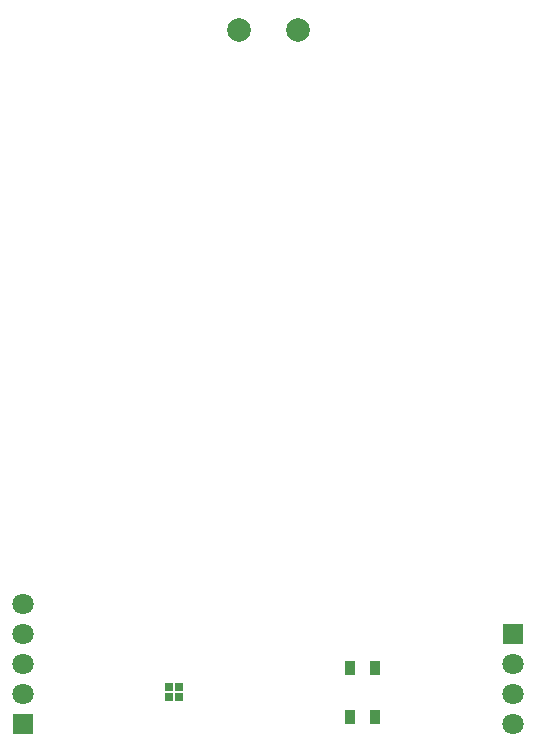
<source format=gts>
G04*
G04 #@! TF.GenerationSoftware,Altium Limited,Altium Designer,25.4.2 (15)*
G04*
G04 Layer_Color=8388736*
%FSLAX25Y25*%
%MOIN*%
G70*
G04*
G04 #@! TF.SameCoordinates,B977156D-3F5D-4D44-89CA-F2FD908ED1DE*
G04*
G04*
G04 #@! TF.FilePolarity,Negative*
G04*
G01*
G75*
%ADD14R,0.02572X0.02572*%
%ADD15R,0.03359X0.04934*%
%ADD16C,0.07099*%
%ADD17R,0.07099X0.07099*%
%ADD18C,0.07890*%
D14*
X362568Y266634D02*
D03*
Y263288D02*
D03*
X365915D02*
D03*
Y266634D02*
D03*
D15*
X431432Y273169D02*
D03*
X422968D02*
D03*
X431432Y256831D02*
D03*
X422968D02*
D03*
D16*
X477222Y254284D02*
D03*
Y264284D02*
D03*
Y274284D02*
D03*
X314100Y294400D02*
D03*
Y284400D02*
D03*
Y274400D02*
D03*
Y264400D02*
D03*
D17*
X477222Y284284D02*
D03*
X314100Y254400D02*
D03*
D18*
X405480Y485900D02*
D03*
X385795D02*
D03*
M02*

</source>
